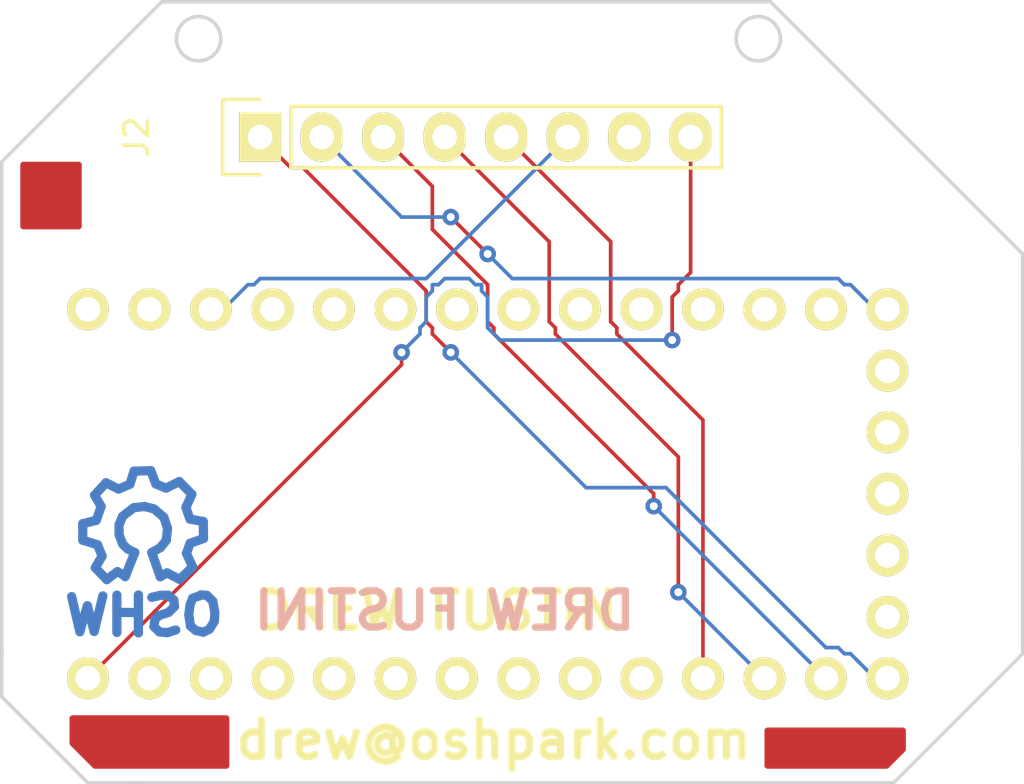
<source format=kicad_pcb>
(kicad_pcb (version 4) (host pcbnew 4.0.2-1.fc23-product)

  (general
    (links 7)
    (no_connects 0)
    (area 101.854 71.882 144.272 104.394)
    (thickness 1.6)
    (drawings 72)
    (tracks 82)
    (zones 0)
    (modules 3)
    (nets 35)
  )

  (page A4)
  (layers
    (0 F.Cu signal)
    (31 B.Cu signal)
    (32 B.Adhes user)
    (33 F.Adhes user)
    (34 B.Paste user)
    (35 F.Paste user)
    (36 B.SilkS user)
    (37 F.SilkS user)
    (38 B.Mask user)
    (39 F.Mask user)
    (40 Dwgs.User user)
    (41 Cmts.User user)
    (42 Eco1.User user)
    (43 Eco2.User user)
    (44 Edge.Cuts user)
    (45 Margin user)
    (46 B.CrtYd user)
    (47 F.CrtYd user)
    (48 B.Fab user)
    (49 F.Fab user)
  )

  (setup
    (last_trace_width 0.1524)
    (trace_clearance 0.1524)
    (zone_clearance 0.508)
    (zone_45_only no)
    (trace_min 0.1524)
    (segment_width 0.2)
    (edge_width 0.15)
    (via_size 0.6858)
    (via_drill 0.3302)
    (via_min_size 0.6858)
    (via_min_drill 0.3302)
    (uvia_size 0.3)
    (uvia_drill 0.1)
    (uvias_allowed no)
    (uvia_min_size 0)
    (uvia_min_drill 0)
    (pcb_text_width 0.3)
    (pcb_text_size 1.5 1.5)
    (mod_edge_width 0.15)
    (mod_text_size 1 1)
    (mod_text_width 0.15)
    (pad_size 1.524 1.524)
    (pad_drill 0.762)
    (pad_to_mask_clearance 0.2)
    (aux_axis_origin 0 0)
    (visible_elements FFFFFF7F)
    (pcbplotparams
      (layerselection 0x00030_80000001)
      (usegerberextensions false)
      (excludeedgelayer true)
      (linewidth 0.100000)
      (plotframeref false)
      (viasonmask false)
      (mode 1)
      (useauxorigin false)
      (hpglpennumber 1)
      (hpglpenspeed 20)
      (hpglpendiameter 15)
      (hpglpenoverlay 2)
      (psnegative false)
      (psa4output false)
      (plotreference true)
      (plotvalue true)
      (plotinvisibletext false)
      (padsonsilk false)
      (subtractmaskfromsilk false)
      (outputformat 1)
      (mirror false)
      (drillshape 1)
      (scaleselection 1)
      (outputdirectory ""))
  )

  (net 0 "")
  (net 1 "Net-(J1-Pad0)")
  (net 2 "Net-(J1-Pad1)")
  (net 3 "Net-(J1-Pad2)")
  (net 4 "Net-(J1-Pad3)")
  (net 5 "Net-(J1-Pad4)")
  (net 6 "Net-(J1-Pad5)")
  (net 7 "Net-(J1-Pad6)")
  (net 8 "Net-(J1-Pad7)")
  (net 9 "Net-(J1-Pad8)")
  (net 10 "Net-(J1-Pad17A)")
  (net 11 "Net-(J1-Pad3V1)")
  (net 12 "Net-(J1-PadG2)")
  (net 13 "Net-(J1-PadPGM)")
  (net 14 "Net-(J1-PadDAC)")
  (net 15 "Net-(J1-Pad16)")
  (net 16 "Net-(J1-Pad18)")
  (net 17 "Net-(J1-Pad17)")
  (net 18 "Net-(J1-PadG3)")
  (net 19 "Net-(J1-Pad22)")
  (net 20 "Net-(J1-PadVIN)")
  (net 21 "Net-(J1-Pad21)")
  (net 22 "Net-(J1-Pad20)")
  (net 23 "Net-(J1-Pad19)")
  (net 24 "Net-(J1-Pad23)")
  (net 25 "Net-(J1-Pad14)")
  (net 26 "Net-(J1-Pad15)")
  (net 27 "Net-(J2-Pad7)")
  (net 28 /OLED_GND)
  (net 29 /MOSI)
  (net 30 /CLK)
  (net 31 /DC)
  (net 32 /CS)
  (net 33 /OLED_VIN)
  (net 34 /RST)

  (net_class Default "This is the default net class."
    (clearance 0.1524)
    (trace_width 0.1524)
    (via_dia 0.6858)
    (via_drill 0.3302)
    (uvia_dia 0.3)
    (uvia_drill 0.1)
    (add_net /CLK)
    (add_net /CS)
    (add_net /DC)
    (add_net /MOSI)
    (add_net /OLED_GND)
    (add_net /OLED_VIN)
    (add_net /RST)
    (add_net "Net-(J1-Pad0)")
    (add_net "Net-(J1-Pad1)")
    (add_net "Net-(J1-Pad14)")
    (add_net "Net-(J1-Pad15)")
    (add_net "Net-(J1-Pad16)")
    (add_net "Net-(J1-Pad17)")
    (add_net "Net-(J1-Pad17A)")
    (add_net "Net-(J1-Pad18)")
    (add_net "Net-(J1-Pad19)")
    (add_net "Net-(J1-Pad2)")
    (add_net "Net-(J1-Pad20)")
    (add_net "Net-(J1-Pad21)")
    (add_net "Net-(J1-Pad22)")
    (add_net "Net-(J1-Pad23)")
    (add_net "Net-(J1-Pad3)")
    (add_net "Net-(J1-Pad3V1)")
    (add_net "Net-(J1-Pad4)")
    (add_net "Net-(J1-Pad5)")
    (add_net "Net-(J1-Pad6)")
    (add_net "Net-(J1-Pad7)")
    (add_net "Net-(J1-Pad8)")
    (add_net "Net-(J1-PadDAC)")
    (add_net "Net-(J1-PadG2)")
    (add_net "Net-(J1-PadG3)")
    (add_net "Net-(J1-PadPGM)")
    (add_net "Net-(J1-PadVIN)")
    (add_net "Net-(J2-Pad7)")
  )

  (module Symbols:Symbol_OSHW-Logo_CopperTop (layer B.Cu) (tedit 573A94FB) (tstamp 573A94A0)
    (at 107.95 93.98 180)
    (descr "Symbol, OSHW-Logo, Copper Top,")
    (tags "Symbol, OSHW-Logo, Copper Top,")
    (fp_text reference "" (at 0.09906 4.38912 180) (layer B.SilkS)
      (effects (font (size 1 1) (thickness 0.15)) (justify mirror))
    )
    (fp_text value "" (at 0.30988 -6.56082 180) (layer B.Fab)
      (effects (font (size 1 1) (thickness 0.15)) (justify mirror))
    )
    (fp_line (start 1.66878 -2.68986) (end 2.02946 -4.16052) (layer B.Cu) (width 0.381))
    (fp_line (start 2.02946 -4.16052) (end 2.30886 -3.0988) (layer B.Cu) (width 0.381))
    (fp_line (start 2.30886 -3.0988) (end 2.61874 -4.17068) (layer B.Cu) (width 0.381))
    (fp_line (start 2.61874 -4.17068) (end 2.9591 -2.72034) (layer B.Cu) (width 0.381))
    (fp_line (start 0.24892 -3.38074) (end 1.03886 -3.37058) (layer B.Cu) (width 0.381))
    (fp_line (start 1.03886 -3.37058) (end 1.04902 -3.38074) (layer B.Cu) (width 0.381))
    (fp_line (start 1.04902 -3.38074) (end 1.04902 -3.37058) (layer B.Cu) (width 0.381))
    (fp_line (start 1.08966 -2.65938) (end 1.08966 -4.20116) (layer B.Cu) (width 0.381))
    (fp_line (start 0.20066 -2.64922) (end 0.20066 -4.21894) (layer B.Cu) (width 0.381))
    (fp_line (start 0.20066 -4.21894) (end 0.21082 -4.20878) (layer B.Cu) (width 0.381))
    (fp_line (start -0.35052 -2.75082) (end -0.70104 -2.66954) (layer B.Cu) (width 0.381))
    (fp_line (start -0.70104 -2.66954) (end -1.02108 -2.65938) (layer B.Cu) (width 0.381))
    (fp_line (start -1.02108 -2.65938) (end -1.25984 -2.86004) (layer B.Cu) (width 0.381))
    (fp_line (start -1.25984 -2.86004) (end -1.29032 -3.12928) (layer B.Cu) (width 0.381))
    (fp_line (start -1.29032 -3.12928) (end -1.04902 -3.37058) (layer B.Cu) (width 0.381))
    (fp_line (start -1.04902 -3.37058) (end -0.6604 -3.50012) (layer B.Cu) (width 0.381))
    (fp_line (start -0.6604 -3.50012) (end -0.48006 -3.66014) (layer B.Cu) (width 0.381))
    (fp_line (start -0.48006 -3.66014) (end -0.43942 -3.95986) (layer B.Cu) (width 0.381))
    (fp_line (start -0.43942 -3.95986) (end -0.67056 -4.18084) (layer B.Cu) (width 0.381))
    (fp_line (start -0.67056 -4.18084) (end -0.9906 -4.20878) (layer B.Cu) (width 0.381))
    (fp_line (start -0.9906 -4.20878) (end -1.34112 -4.09956) (layer B.Cu) (width 0.381))
    (fp_line (start -2.37998 -2.64922) (end -2.6289 -2.66954) (layer B.Cu) (width 0.381))
    (fp_line (start -2.6289 -2.66954) (end -2.8702 -2.91084) (layer B.Cu) (width 0.381))
    (fp_line (start -2.8702 -2.91084) (end -2.9591 -3.40106) (layer B.Cu) (width 0.381))
    (fp_line (start -2.9591 -3.40106) (end -2.93116 -3.74904) (layer B.Cu) (width 0.381))
    (fp_line (start -2.93116 -3.74904) (end -2.7305 -4.06908) (layer B.Cu) (width 0.381))
    (fp_line (start -2.7305 -4.06908) (end -2.47904 -4.191) (layer B.Cu) (width 0.381))
    (fp_line (start -2.47904 -4.191) (end -2.16916 -4.11988) (layer B.Cu) (width 0.381))
    (fp_line (start -2.16916 -4.11988) (end -1.95072 -3.93954) (layer B.Cu) (width 0.381))
    (fp_line (start -1.95072 -3.93954) (end -1.8796 -3.4798) (layer B.Cu) (width 0.381))
    (fp_line (start -1.8796 -3.4798) (end -1.9304 -3.07086) (layer B.Cu) (width 0.381))
    (fp_line (start -1.9304 -3.07086) (end -2.03962 -2.78892) (layer B.Cu) (width 0.381))
    (fp_line (start -2.03962 -2.78892) (end -2.4003 -2.65938) (layer B.Cu) (width 0.381))
    (fp_line (start -1.78054 -0.92964) (end -2.03962 -1.49098) (layer B.Cu) (width 0.381))
    (fp_line (start -2.03962 -1.49098) (end -1.50114 -2.00914) (layer B.Cu) (width 0.381))
    (fp_line (start -1.50114 -2.00914) (end -0.98044 -1.7399) (layer B.Cu) (width 0.381))
    (fp_line (start -0.98044 -1.7399) (end -0.70104 -1.89992) (layer B.Cu) (width 0.381))
    (fp_line (start 0.73914 -1.8796) (end 1.06934 -1.6891) (layer B.Cu) (width 0.381))
    (fp_line (start 1.06934 -1.6891) (end 1.50876 -2.0193) (layer B.Cu) (width 0.381))
    (fp_line (start 1.50876 -2.0193) (end 1.9812 -1.52908) (layer B.Cu) (width 0.381))
    (fp_line (start 1.9812 -1.52908) (end 1.69926 -1.04902) (layer B.Cu) (width 0.381))
    (fp_line (start 1.69926 -1.04902) (end 1.88976 -0.57912) (layer B.Cu) (width 0.381))
    (fp_line (start 1.88976 -0.57912) (end 2.49936 -0.39116) (layer B.Cu) (width 0.381))
    (fp_line (start 2.49936 -0.39116) (end 2.49936 0.28956) (layer B.Cu) (width 0.381))
    (fp_line (start 2.49936 0.28956) (end 1.94056 0.42926) (layer B.Cu) (width 0.381))
    (fp_line (start 1.94056 0.42926) (end 1.7399 1.00076) (layer B.Cu) (width 0.381))
    (fp_line (start 1.7399 1.00076) (end 2.00914 1.47066) (layer B.Cu) (width 0.381))
    (fp_line (start 2.00914 1.47066) (end 1.53924 1.9812) (layer B.Cu) (width 0.381))
    (fp_line (start 1.53924 1.9812) (end 1.02108 1.71958) (layer B.Cu) (width 0.381))
    (fp_line (start 1.02108 1.71958) (end 0.55118 1.92024) (layer B.Cu) (width 0.381))
    (fp_line (start 0.55118 1.92024) (end 0.381 2.46126) (layer B.Cu) (width 0.381))
    (fp_line (start 0.381 2.46126) (end -0.30988 2.47904) (layer B.Cu) (width 0.381))
    (fp_line (start -0.30988 2.47904) (end -0.5207 1.9304) (layer B.Cu) (width 0.381))
    (fp_line (start -0.5207 1.9304) (end -0.9398 1.76022) (layer B.Cu) (width 0.381))
    (fp_line (start -0.9398 1.76022) (end -1.49098 2.02946) (layer B.Cu) (width 0.381))
    (fp_line (start -1.49098 2.02946) (end -2.00914 1.50114) (layer B.Cu) (width 0.381))
    (fp_line (start -2.00914 1.50114) (end -1.76022 0.96012) (layer B.Cu) (width 0.381))
    (fp_line (start -1.76022 0.96012) (end -1.9304 0.48006) (layer B.Cu) (width 0.381))
    (fp_line (start -1.9304 0.48006) (end -2.47904 0.381) (layer B.Cu) (width 0.381))
    (fp_line (start -2.47904 0.381) (end -2.4892 -0.32004) (layer B.Cu) (width 0.381))
    (fp_line (start -2.4892 -0.32004) (end -1.9304 -0.5207) (layer B.Cu) (width 0.381))
    (fp_line (start -1.9304 -0.5207) (end -1.7907 -0.91948) (layer B.Cu) (width 0.381))
    (fp_line (start 0.35052 -0.89916) (end 0.65024 -0.7493) (layer B.Cu) (width 0.381))
    (fp_line (start 0.65024 -0.7493) (end 0.8509 -0.55118) (layer B.Cu) (width 0.381))
    (fp_line (start 0.8509 -0.55118) (end 1.00076 -0.14986) (layer B.Cu) (width 0.381))
    (fp_line (start 1.00076 -0.14986) (end 1.00076 0.24892) (layer B.Cu) (width 0.381))
    (fp_line (start 1.00076 0.24892) (end 0.8509 0.59944) (layer B.Cu) (width 0.381))
    (fp_line (start 0.8509 0.59944) (end 0.39878 0.94996) (layer B.Cu) (width 0.381))
    (fp_line (start 0.39878 0.94996) (end -0.0508 1.00076) (layer B.Cu) (width 0.381))
    (fp_line (start -0.0508 1.00076) (end -0.44958 0.89916) (layer B.Cu) (width 0.381))
    (fp_line (start -0.44958 0.89916) (end -0.8509 0.55118) (layer B.Cu) (width 0.381))
    (fp_line (start -0.8509 0.55118) (end -1.00076 0.09906) (layer B.Cu) (width 0.381))
    (fp_line (start -1.00076 0.09906) (end -0.94996 -0.39878) (layer B.Cu) (width 0.381))
    (fp_line (start -0.94996 -0.39878) (end -0.70104 -0.70104) (layer B.Cu) (width 0.381))
    (fp_line (start -0.70104 -0.70104) (end -0.35052 -0.89916) (layer B.Cu) (width 0.381))
    (fp_line (start -0.35052 -0.89916) (end -0.70104 -1.89992) (layer B.Cu) (width 0.381))
    (fp_line (start 0.35052 -0.89916) (end 0.7493 -1.89992) (layer B.Cu) (width 0.381))
  )

  (module TEENSY-LC (layer F.Cu) (tedit 573A94F4) (tstamp 573A8432)
    (at 115.824 89.916 90)
    (path /573A858B)
    (fp_text reference "" (at -2.032 -9.906 90) (layer F.SilkS)
      (effects (font (size 1 1) (thickness 0.15)))
    )
    (fp_text value TEENSY-LC (at -2.54 20.32 270) (layer F.Fab)
      (effects (font (size 1 1) (thickness 0.15)))
    )
    (fp_line (start -11.43 24.13) (end 6.35 24.13) (layer F.CrtYd) (width 0.1524))
    (fp_line (start -11.43 -11.43) (end -11.43 24.13) (layer F.CrtYd) (width 0.1524))
    (fp_line (start 6.35 -11.43) (end -11.43 -11.43) (layer F.CrtYd) (width 0.1524))
    (fp_line (start 6.35 24.13) (end 6.35 -11.43) (layer F.CrtYd) (width 0.1524))
    (pad G1 thru_hole circle (at -10.16 -10.16 90) (size 1.7272 1.7272) (drill 1.016) (layers *.Cu *.Mask F.SilkS)
      (net 28 /OLED_GND))
    (pad 0 thru_hole circle (at -10.16 -7.62 90) (size 1.7272 1.7272) (drill 1.016) (layers *.Cu *.Mask F.SilkS)
      (net 1 "Net-(J1-Pad0)"))
    (pad 1 thru_hole circle (at -10.16 -5.08 90) (size 1.7272 1.7272) (drill 1.016) (layers *.Cu *.Mask F.SilkS)
      (net 2 "Net-(J1-Pad1)"))
    (pad 2 thru_hole circle (at -10.16 -2.54 90) (size 1.7272 1.7272) (drill 1.016) (layers *.Cu *.Mask F.SilkS)
      (net 3 "Net-(J1-Pad2)"))
    (pad 3 thru_hole circle (at -10.16 0 90) (size 1.7272 1.7272) (drill 1.016) (layers *.Cu *.Mask F.SilkS)
      (net 4 "Net-(J1-Pad3)"))
    (pad 4 thru_hole circle (at -10.16 2.54 90) (size 1.7272 1.7272) (drill 1.016) (layers *.Cu *.Mask F.SilkS)
      (net 5 "Net-(J1-Pad4)"))
    (pad 5 thru_hole circle (at -10.16 5.08 90) (size 1.7272 1.7272) (drill 1.016) (layers *.Cu *.Mask F.SilkS)
      (net 6 "Net-(J1-Pad5)"))
    (pad 6 thru_hole circle (at -10.16 7.62 90) (size 1.7272 1.7272) (drill 1.016) (layers *.Cu *.Mask F.SilkS)
      (net 7 "Net-(J1-Pad6)"))
    (pad 7 thru_hole circle (at -10.16 10.16 90) (size 1.7272 1.7272) (drill 1.016) (layers *.Cu *.Mask F.SilkS)
      (net 8 "Net-(J1-Pad7)"))
    (pad 8 thru_hole circle (at -10.16 12.7 90) (size 1.7272 1.7272) (drill 1.016) (layers *.Cu *.Mask F.SilkS)
      (net 9 "Net-(J1-Pad8)"))
    (pad 9 thru_hole circle (at -10.16 15.24 90) (size 1.7272 1.7272) (drill 1.016) (layers *.Cu *.Mask F.SilkS)
      (net 29 /MOSI))
    (pad 10 thru_hole circle (at -10.16 17.78 90) (size 1.7272 1.7272) (drill 1.016) (layers *.Cu *.Mask F.SilkS)
      (net 30 /CLK))
    (pad 11 thru_hole circle (at -10.16 20.32 90) (size 1.7272 1.7272) (drill 1.016) (layers *.Cu *.Mask F.SilkS)
      (net 31 /DC))
    (pad 12 thru_hole circle (at -10.16 22.86 90) (size 1.7272 1.7272) (drill 1.016) (layers *.Cu *.Mask F.SilkS)
      (net 32 /CS))
    (pad 17A thru_hole circle (at -7.62 22.86 90) (size 1.7272 1.7272) (drill 1.016) (layers *.Cu *.Mask F.SilkS)
      (net 10 "Net-(J1-Pad17A)"))
    (pad 3V1 thru_hole circle (at -5.08 22.86 90) (size 1.7272 1.7272) (drill 1.016) (layers *.Cu *.Mask F.SilkS)
      (net 11 "Net-(J1-Pad3V1)"))
    (pad G2 thru_hole circle (at -2.54 22.86 90) (size 1.7272 1.7272) (drill 1.016) (layers *.Cu *.Mask F.SilkS)
      (net 12 "Net-(J1-PadG2)"))
    (pad PGM thru_hole circle (at 0 22.86 90) (size 1.7272 1.7272) (drill 1.016) (layers *.Cu *.Mask F.SilkS)
      (net 13 "Net-(J1-PadPGM)"))
    (pad DAC thru_hole circle (at 2.54 22.86 90) (size 1.7272 1.7272) (drill 1.016) (layers *.Cu *.Mask F.SilkS)
      (net 14 "Net-(J1-PadDAC)"))
    (pad 13 thru_hole circle (at 5.08 22.86 90) (size 1.7272 1.7272) (drill 1.016) (layers *.Cu *.Mask F.SilkS)
      (net 34 /RST))
    (pad 16 thru_hole circle (at 5.08 15.24 90) (size 1.7272 1.7272) (drill 1.016) (layers *.Cu *.Mask F.SilkS)
      (net 15 "Net-(J1-Pad16)"))
    (pad 3V2 thru_hole circle (at 5.08 -5.08 90) (size 1.7272 1.7272) (drill 1.016) (layers *.Cu *.Mask F.SilkS)
      (net 33 /OLED_VIN))
    (pad 18 thru_hole circle (at 5.08 10.16 90) (size 1.7272 1.7272) (drill 1.016) (layers *.Cu *.Mask F.SilkS)
      (net 16 "Net-(J1-Pad18)"))
    (pad 17 thru_hole circle (at 5.08 12.7 90) (size 1.7272 1.7272) (drill 1.016) (layers *.Cu *.Mask F.SilkS)
      (net 17 "Net-(J1-Pad17)"))
    (pad G3 thru_hole circle (at 5.08 -7.62 90) (size 1.7272 1.7272) (drill 1.016) (layers *.Cu *.Mask F.SilkS)
      (net 18 "Net-(J1-PadG3)"))
    (pad 22 thru_hole circle (at 5.08 0 90) (size 1.7272 1.7272) (drill 1.016) (layers *.Cu *.Mask F.SilkS)
      (net 19 "Net-(J1-Pad22)"))
    (pad VIN thru_hole circle (at 5.08 -10.16 90) (size 1.7272 1.7272) (drill 1.016) (layers *.Cu *.Mask F.SilkS)
      (net 20 "Net-(J1-PadVIN)"))
    (pad 21 thru_hole circle (at 5.08 2.54 90) (size 1.7272 1.7272) (drill 1.016) (layers *.Cu *.Mask F.SilkS)
      (net 21 "Net-(J1-Pad21)"))
    (pad 20 thru_hole circle (at 5.08 5.08 90) (size 1.7272 1.7272) (drill 1.016) (layers *.Cu *.Mask F.SilkS)
      (net 22 "Net-(J1-Pad20)"))
    (pad 19 thru_hole circle (at 5.08 7.62 90) (size 1.7272 1.7272) (drill 1.016) (layers *.Cu *.Mask F.SilkS)
      (net 23 "Net-(J1-Pad19)"))
    (pad 23 thru_hole circle (at 5.08 -2.54 90) (size 1.7272 1.7272) (drill 1.016) (layers *.Cu *.Mask F.SilkS)
      (net 24 "Net-(J1-Pad23)"))
    (pad 14 thru_hole circle (at 5.08 20.32 90) (size 1.7272 1.7272) (drill 1.016) (layers *.Cu *.Mask F.SilkS)
      (net 25 "Net-(J1-Pad14)"))
    (pad 15 thru_hole circle (at 5.08 17.78 90) (size 1.7272 1.7272) (drill 1.016) (layers *.Cu *.Mask F.SilkS)
      (net 26 "Net-(J1-Pad15)"))
  )

  (module Wickerlib:Pin_Header_Straight_1x08 (layer F.Cu) (tedit 0) (tstamp 573A8638)
    (at 112.776 77.724 90)
    (descr "Through hole pin header")
    (tags "pin header")
    (path /573A86BD)
    (fp_text reference J2 (at 0 -5.1 90) (layer F.SilkS)
      (effects (font (size 1 1) (thickness 0.15)))
    )
    (fp_text value OLED (at 0 -3.1 90) (layer F.Fab)
      (effects (font (size 1 1) (thickness 0.15)))
    )
    (fp_line (start -1.75 -1.75) (end -1.75 19.55) (layer F.CrtYd) (width 0.05))
    (fp_line (start 1.75 -1.75) (end 1.75 19.55) (layer F.CrtYd) (width 0.05))
    (fp_line (start -1.75 -1.75) (end 1.75 -1.75) (layer F.CrtYd) (width 0.05))
    (fp_line (start -1.75 19.55) (end 1.75 19.55) (layer F.CrtYd) (width 0.05))
    (fp_line (start 1.27 1.27) (end 1.27 19.05) (layer F.SilkS) (width 0.15))
    (fp_line (start 1.27 19.05) (end -1.27 19.05) (layer F.SilkS) (width 0.15))
    (fp_line (start -1.27 19.05) (end -1.27 1.27) (layer F.SilkS) (width 0.15))
    (fp_line (start 1.55 -1.55) (end 1.55 0) (layer F.SilkS) (width 0.15))
    (fp_line (start 1.27 1.27) (end -1.27 1.27) (layer F.SilkS) (width 0.15))
    (fp_line (start -1.55 0) (end -1.55 -1.55) (layer F.SilkS) (width 0.15))
    (fp_line (start -1.55 -1.55) (end 1.55 -1.55) (layer F.SilkS) (width 0.15))
    (pad 1 thru_hole rect (at 0 0 90) (size 2.032 1.7272) (drill 1.016) (layers *.Cu *.Mask F.SilkS)
      (net 32 /CS))
    (pad 2 thru_hole oval (at 0 2.54 90) (size 2.032 1.7272) (drill 1.016) (layers *.Cu *.Mask F.SilkS)
      (net 34 /RST))
    (pad 3 thru_hole oval (at 0 5.08 90) (size 2.032 1.7272) (drill 1.016) (layers *.Cu *.Mask F.SilkS)
      (net 31 /DC))
    (pad 4 thru_hole oval (at 0 7.62 90) (size 2.032 1.7272) (drill 1.016) (layers *.Cu *.Mask F.SilkS)
      (net 30 /CLK))
    (pad 5 thru_hole oval (at 0 10.16 90) (size 2.032 1.7272) (drill 1.016) (layers *.Cu *.Mask F.SilkS)
      (net 29 /MOSI))
    (pad 6 thru_hole oval (at 0 12.7 90) (size 2.032 1.7272) (drill 1.016) (layers *.Cu *.Mask F.SilkS)
      (net 33 /OLED_VIN))
    (pad 7 thru_hole oval (at 0 15.24 90) (size 2.032 1.7272) (drill 1.016) (layers *.Cu *.Mask F.SilkS)
      (net 27 "Net-(J2-Pad7)"))
    (pad 8 thru_hole oval (at 0 17.78 90) (size 2.032 1.7272) (drill 1.016) (layers *.Cu *.Mask F.SilkS)
      (net 28 /OLED_GND))
    (model Pin_Headers.3dshapes/Pin_Header_Straight_1x08.wrl
      (at (xyz 0 -0.35 0))
      (scale (xyz 1 1 1))
      (rotate (xyz 0 0 90))
    )
  )

  (gr_circle (center 104.14 80.01) (end 103.378 79.502) (layer F.Mask) (width 0.2))
  (gr_line (start 108.458 80.772) (end 108.712 80.772) (angle 90) (layer B.Mask) (width 0.2))
  (gr_line (start 108.458 81.026) (end 108.458 80.772) (angle 90) (layer B.Mask) (width 0.2))
  (gr_line (start 108.458 82.296) (end 108.458 81.026) (angle 90) (layer B.Mask) (width 0.2))
  (gr_line (start 110.744 82.296) (end 108.458 82.296) (angle 90) (layer B.Mask) (width 0.2))
  (gr_line (start 110.744 80.772) (end 110.744 82.296) (angle 90) (layer B.Mask) (width 0.2))
  (gr_line (start 108.712 80.772) (end 110.744 80.772) (angle 90) (layer B.Mask) (width 0.2))
  (gr_line (start 138.684 102.362) (end 138.176 102.362) (angle 90) (layer F.Mask) (width 0.2))
  (gr_line (start 138.684 103.378) (end 138.684 102.362) (angle 90) (layer F.Mask) (width 0.2))
  (gr_line (start 138.176 103.378) (end 138.684 103.378) (angle 90) (layer F.Mask) (width 0.2))
  (gr_line (start 138.176 102.362) (end 138.176 103.378) (angle 90) (layer F.Mask) (width 0.2))
  (gr_line (start 137.668 102.362) (end 137.16 102.362) (angle 90) (layer F.Mask) (width 0.2))
  (gr_line (start 137.668 103.378) (end 137.668 102.362) (angle 90) (layer F.Mask) (width 0.2))
  (gr_line (start 137.16 103.378) (end 137.668 103.378) (angle 90) (layer F.Mask) (width 0.2))
  (gr_line (start 137.16 102.362) (end 137.16 103.378) (angle 90) (layer F.Mask) (width 0.2))
  (gr_line (start 135.382 103.378) (end 135.382 102.87) (angle 90) (layer F.Mask) (width 0.2))
  (gr_line (start 136.144 103.378) (end 135.382 103.378) (angle 90) (layer F.Mask) (width 0.2))
  (gr_line (start 136.652 102.87) (end 136.144 103.378) (angle 90) (layer F.Mask) (width 0.2))
  (gr_line (start 136.144 102.362) (end 136.652 102.87) (angle 90) (layer F.Mask) (width 0.2))
  (gr_line (start 135.382 102.362) (end 136.144 102.362) (angle 90) (layer F.Mask) (width 0.2))
  (gr_line (start 135.382 102.87) (end 135.382 102.362) (angle 90) (layer F.Mask) (width 0.2))
  (gr_line (start 134.366 103.632) (end 133.858 103.124) (angle 90) (layer F.Mask) (width 0.2))
  (gr_line (start 134.874 103.124) (end 134.366 103.632) (angle 90) (layer F.Mask) (width 0.2))
  (gr_line (start 133.858 103.124) (end 134.874 103.124) (angle 90) (layer F.Mask) (width 0.2))
  (gr_line (start 134.874 102.87) (end 134.366 102.362) (angle 90) (layer F.Mask) (width 0.2))
  (gr_line (start 133.858 102.87) (end 134.874 102.87) (angle 90) (layer F.Mask) (width 0.2))
  (gr_line (start 134.366 102.362) (end 133.858 102.87) (angle 90) (layer F.Mask) (width 0.2))
  (gr_arc (start 110.49 103.886) (end 110.49 103.632) (angle 90) (layer F.Mask) (width 0.2))
  (gr_arc (start 106.934 101.854) (end 106.68 102.108) (angle 90) (layer F.Mask) (width 0.2))
  (gr_arc (start 108.966 102.108) (end 109.22 102.108) (angle 90) (layer F.Mask) (width 0.2))
  (gr_arc (start 110.49 103.124) (end 110.236 103.124) (angle 90) (layer F.Mask) (width 0.2))
  (gr_arc (start 111.252 103.632) (end 110.998 103.632) (angle 90) (layer F.Mask) (width 0.2))
  (gr_arc (start 110.744 102.87) (end 110.998 102.616) (angle 90) (layer F.Mask) (width 0.2))
  (gr_circle (center 105.41 102.87) (end 105.41 103.124) (layer F.Mask) (width 0.2))
  (gr_circle (center 106.426 103.124) (end 106.172 103.124) (layer F.Mask) (width 0.2))
  (gr_circle (center 105.918 102.108) (end 106.172 102.362) (layer F.Mask) (width 0.2))
  (gr_circle (center 107.188 103.632) (end 106.934 103.632) (layer F.Mask) (width 0.2))
  (gr_circle (center 109.982 102.362) (end 109.728 102.108) (layer F.Mask) (width 0.2))
  (gr_circle (center 108.204 102.108) (end 108.458 102.108) (layer F.Mask) (width 0.2))
  (gr_circle (center 109.728 103.632) (end 109.982 103.378) (layer F.Mask) (width 0.2))
  (gr_circle (center 109.22 102.87) (end 109.22 102.616) (layer F.Mask) (width 0.2))
  (gr_circle (center 108.204 103.378) (end 107.95 103.124) (layer F.Mask) (width 0.2))
  (gr_circle (center 107.188 102.616) (end 107.442 102.87) (layer F.Mask) (width 0.2))
  (gr_circle (center 104.14 80.01) (end 103.886 78.994) (layer F.Mask) (width 0.2))
  (gr_line (start 106.68 91.186) (end 106.172 91.694) (angle 90) (layer B.Mask) (width 0.2))
  (gr_line (start 108.966 91.186) (end 106.68 91.186) (angle 90) (layer B.Mask) (width 0.2))
  (gr_line (start 111.252 93.472) (end 108.966 91.186) (angle 90) (layer B.Mask) (width 0.2))
  (gr_line (start 111.252 93.98) (end 111.252 93.472) (angle 90) (layer B.Mask) (width 0.2))
  (gr_line (start 111.252 98.552) (end 111.252 93.98) (angle 90) (layer B.Mask) (width 0.2))
  (gr_line (start 105.156 98.552) (end 111.252 98.552) (angle 90) (layer B.Mask) (width 0.2))
  (gr_line (start 104.648 98.044) (end 105.156 98.552) (angle 90) (layer B.Mask) (width 0.2))
  (gr_line (start 104.648 96.266) (end 104.648 98.044) (angle 90) (layer B.Mask) (width 0.2))
  (gr_line (start 104.902 96.012) (end 104.648 96.266) (angle 90) (layer B.Mask) (width 0.2))
  (gr_line (start 104.902 92.964) (end 104.902 96.012) (angle 90) (layer B.Mask) (width 0.2))
  (gr_line (start 106.426 91.44) (end 104.902 92.964) (angle 90) (layer B.Mask) (width 0.2))
  (gr_text drew@oshpark.com (at 122.428 102.616) (layer F.Mask)
    (effects (font (size 1.5 1.5) (thickness 0.3)))
  )
  (gr_text "DREW FUSTINI" (at 120.396 97.282) (layer F.SilkS)
    (effects (font (size 1.5 1.5) (thickness 0.3)))
  )
  (gr_text "DREW FUSTINI" (at 120.396 97.282) (layer B.SilkS)
    (effects (font (size 1.5 1.5) (thickness 0.3)) (justify mirror))
  )
  (gr_text drew@oshpark.com (at 122.428 102.616) (layer F.SilkS)
    (effects (font (size 1.5 1.5) (thickness 0.3)))
  )
  (gr_circle (center 110.236 73.66) (end 110.744 74.422) (layer Edge.Cuts) (width 0.15))
  (gr_circle (center 133.35 73.66) (end 132.588 73.152) (layer Edge.Cuts) (width 0.15))
  (gr_line (start 102.108 100.838) (end 102.108 98.806) (angle 90) (layer Edge.Cuts) (width 0.15))
  (gr_line (start 105.664 104.394) (end 102.108 100.838) (angle 90) (layer Edge.Cuts) (width 0.15))
  (gr_line (start 107.95 104.394) (end 105.664 104.394) (angle 90) (layer Edge.Cuts) (width 0.15))
  (gr_line (start 144.272 99.06) (end 144.272 90.678) (angle 90) (layer Edge.Cuts) (width 0.15))
  (gr_line (start 138.938 104.394) (end 144.272 99.06) (angle 90) (layer Edge.Cuts) (width 0.15))
  (gr_line (start 107.188 104.394) (end 138.938 104.394) (angle 90) (layer Edge.Cuts) (width 0.15))
  (gr_line (start 102.108 78.74) (end 102.108 99.314) (angle 90) (layer Edge.Cuts) (width 0.15))
  (gr_line (start 108.712 72.136) (end 102.108 78.74) (angle 90) (layer Edge.Cuts) (width 0.15))
  (gr_line (start 133.858 72.136) (end 108.712 72.136) (angle 90) (layer Edge.Cuts) (width 0.15))
  (gr_line (start 144.272 82.55) (end 133.858 72.136) (angle 90) (layer Edge.Cuts) (width 0.15))
  (gr_line (start 144.272 90.932) (end 144.272 82.55) (angle 90) (layer Edge.Cuts) (width 0.15))

  (segment (start 105.664 100.076) (end 118.618 87.122) (width 0.1524) (layer F.Cu) (net 28) (status 80000))
  (segment (start 118.618 87.122) (end 118.618 86.614) (width 0.1524) (layer F.Cu) (net 28) (status 80000))
  (via (at 118.618 86.614) (size 0.6858) (layers F.Cu B.Cu) (net 28) (status 80000))
  (segment (start 118.618 86.614) (end 119.38 85.852) (width 0.1524) (layer B.Cu) (net 28) (status 80000))
  (segment (start 119.38 85.852) (end 119.38 85.598) (width 0.1524) (layer B.Cu) (net 28) (status 80000))
  (segment (start 119.38 85.598) (end 119.634 85.344) (width 0.1524) (layer B.Cu) (net 28) (status 80000))
  (segment (start 119.634 85.344) (end 119.634 84.328) (width 0.1524) (layer B.Cu) (net 28) (status 80000))
  (segment (start 119.634 84.328) (end 119.888 84.074) (width 0.1524) (layer B.Cu) (net 28) (status 80000))
  (segment (start 119.888 84.074) (end 119.888 83.82) (width 0.1524) (layer B.Cu) (net 28) (status 80000))
  (segment (start 119.888 83.82) (end 120.142 83.82) (width 0.1524) (layer B.Cu) (net 28) (status 80000))
  (segment (start 120.142 83.82) (end 120.396 83.566) (width 0.1524) (layer B.Cu) (net 28) (status 80000))
  (segment (start 120.396 83.566) (end 121.412 83.566) (width 0.1524) (layer B.Cu) (net 28) (status 80000))
  (segment (start 121.412 83.566) (end 121.666 83.82) (width 0.1524) (layer B.Cu) (net 28) (status 80000))
  (segment (start 121.666 83.82) (end 121.92 83.82) (width 0.1524) (layer B.Cu) (net 28) (status 80000))
  (segment (start 121.92 83.82) (end 121.92 84.074) (width 0.1524) (layer B.Cu) (net 28) (status 80000))
  (segment (start 121.92 84.074) (end 122.174 84.328) (width 0.1524) (layer B.Cu) (net 28) (status 80000))
  (segment (start 122.174 84.328) (end 122.174 85.598) (width 0.1524) (layer B.Cu) (net 28) (status 80000))
  (segment (start 122.174 85.598) (end 122.682 86.106) (width 0.1524) (layer B.Cu) (net 28) (status 80000))
  (segment (start 122.682 86.106) (end 129.794 86.106) (width 0.1524) (layer B.Cu) (net 28) (status 80000))
  (via (at 129.794 86.106) (size 0.6858) (layers F.Cu B.Cu) (net 28) (status 80000))
  (segment (start 129.794 86.106) (end 129.794 84.328) (width 0.1524) (layer F.Cu) (net 28) (status 80000))
  (segment (start 129.794 84.328) (end 130.048 84.074) (width 0.1524) (layer F.Cu) (net 28) (status 80000))
  (segment (start 130.048 84.074) (end 130.048 83.82) (width 0.1524) (layer F.Cu) (net 28) (status 80000))
  (segment (start 130.048 83.82) (end 130.556 83.312) (width 0.1524) (layer F.Cu) (net 28) (status 80000))
  (segment (start 130.556 83.312) (end 130.556 77.724) (width 0.1524) (layer F.Cu) (net 28) (status 80000))
  (segment (start 122.936 77.724) (end 127.254 82.042) (width 0.1524) (layer F.Cu) (net 29) (status 80000))
  (segment (start 127.254 82.042) (end 127.254 85.344) (width 0.1524) (layer F.Cu) (net 29) (status 80000))
  (segment (start 127.254 85.344) (end 127.508 85.598) (width 0.1524) (layer F.Cu) (net 29) (status 80000))
  (segment (start 127.508 85.598) (end 127.508 85.852) (width 0.1524) (layer F.Cu) (net 29) (status 80000))
  (segment (start 127.508 85.852) (end 131.064 89.408) (width 0.1524) (layer F.Cu) (net 29) (status 80000))
  (segment (start 131.064 89.408) (end 131.064 100.076) (width 0.1524) (layer F.Cu) (net 29) (status 80000))
  (segment (start 120.396 77.724) (end 124.714 82.042) (width 0.1524) (layer F.Cu) (net 30) (status 80000))
  (segment (start 124.714 82.042) (end 124.714 85.344) (width 0.1524) (layer F.Cu) (net 30) (status 80000))
  (segment (start 124.714 85.344) (end 124.968 85.598) (width 0.1524) (layer F.Cu) (net 30) (status 80000))
  (segment (start 124.968 85.598) (end 124.968 85.852) (width 0.1524) (layer F.Cu) (net 30) (status 80000))
  (segment (start 124.968 85.852) (end 130.048 90.932) (width 0.1524) (layer F.Cu) (net 30) (status 80000))
  (segment (start 130.048 90.932) (end 130.048 96.52) (width 0.1524) (layer F.Cu) (net 30) (status 80000))
  (via (at 130.048 96.52) (size 0.6858) (layers F.Cu B.Cu) (net 30) (status 80000))
  (segment (start 130.048 96.52) (end 133.604 100.076) (width 0.1524) (layer B.Cu) (net 30) (status 80000))
  (segment (start 117.856 77.724) (end 119.888 79.756) (width 0.1524) (layer F.Cu) (net 31) (status 80000))
  (segment (start 119.888 79.756) (end 119.888 81.534) (width 0.1524) (layer F.Cu) (net 31) (status 80000))
  (segment (start 119.888 81.534) (end 122.174 83.82) (width 0.1524) (layer F.Cu) (net 31) (status 80000))
  (segment (start 122.174 83.82) (end 122.174 85.344) (width 0.1524) (layer F.Cu) (net 31) (status 80000))
  (segment (start 122.174 85.344) (end 122.428 85.598) (width 0.1524) (layer F.Cu) (net 31) (status 80000))
  (segment (start 122.428 85.598) (end 122.428 85.852) (width 0.1524) (layer F.Cu) (net 31) (status 80000))
  (segment (start 122.428 85.852) (end 129.032 92.456) (width 0.1524) (layer F.Cu) (net 31) (status 80000))
  (segment (start 129.032 92.456) (end 129.032 92.964) (width 0.1524) (layer F.Cu) (net 31) (status 80000))
  (via (at 129.032 92.964) (size 0.6858) (layers F.Cu B.Cu) (net 31) (status 80000))
  (segment (start 129.032 92.964) (end 136.144 100.076) (width 0.1524) (layer B.Cu) (net 31) (status 80000))
  (segment (start 112.776 77.724) (end 114.046 78.994) (width 0.1524) (layer F.Cu) (net 32) (status 80000))
  (segment (start 114.046 78.994) (end 114.554 78.994) (width 0.1524) (layer F.Cu) (net 32) (status 80000))
  (segment (start 114.554 78.994) (end 119.634 84.074) (width 0.1524) (layer F.Cu) (net 32) (status 80000))
  (segment (start 119.634 84.074) (end 119.634 85.344) (width 0.1524) (layer F.Cu) (net 32) (status 80000))
  (segment (start 119.634 85.344) (end 119.888 85.598) (width 0.1524) (layer F.Cu) (net 32) (status 80000))
  (segment (start 119.888 85.598) (end 119.888 85.852) (width 0.1524) (layer F.Cu) (net 32) (status 80000))
  (segment (start 119.888 85.852) (end 120.65 86.614) (width 0.1524) (layer F.Cu) (net 32) (status 80000))
  (via (at 120.65 86.614) (size 0.6858) (layers F.Cu B.Cu) (net 32) (status 80000))
  (segment (start 120.65 86.614) (end 126.238 92.202) (width 0.1524) (layer B.Cu) (net 32) (status 80000))
  (segment (start 126.238 92.202) (end 129.54 92.202) (width 0.1524) (layer B.Cu) (net 32) (status 80000))
  (segment (start 129.54 92.202) (end 136.144 98.806) (width 0.1524) (layer B.Cu) (net 32) (status 80000))
  (segment (start 136.144 98.806) (end 136.652 98.806) (width 0.1524) (layer B.Cu) (net 32) (status 80000))
  (segment (start 136.652 98.806) (end 136.906 99.06) (width 0.1524) (layer B.Cu) (net 32) (status 80000))
  (segment (start 136.906 99.06) (end 137.16 99.06) (width 0.1524) (layer B.Cu) (net 32) (status 80000))
  (segment (start 137.16 99.06) (end 138.176 100.076) (width 0.1524) (layer B.Cu) (net 32) (status 80000))
  (segment (start 138.176 100.076) (end 138.684 100.076) (width 0.1524) (layer B.Cu) (net 32) (status 80000))
  (segment (start 125.476 77.724) (end 119.634 83.566) (width 0.1524) (layer B.Cu) (net 33) (status 80000))
  (segment (start 119.634 83.566) (end 112.776 83.566) (width 0.1524) (layer B.Cu) (net 33) (status 80000))
  (segment (start 112.776 83.566) (end 112.522 83.82) (width 0.1524) (layer B.Cu) (net 33) (status 80000))
  (segment (start 112.522 83.82) (end 112.268 83.82) (width 0.1524) (layer B.Cu) (net 33) (status 80000))
  (segment (start 112.268 83.82) (end 111.252 84.836) (width 0.1524) (layer B.Cu) (net 33) (status 80000))
  (segment (start 111.252 84.836) (end 110.744 84.836) (width 0.1524) (layer B.Cu) (net 33) (status 80000))
  (segment (start 115.316 77.724) (end 118.618 81.026) (width 0.1524) (layer B.Cu) (net 34) (status 80000))
  (segment (start 118.618 81.026) (end 120.65 81.026) (width 0.1524) (layer B.Cu) (net 34) (status 80000))
  (via (at 120.65 81.026) (size 0.6858) (layers F.Cu B.Cu) (net 34) (status 80000))
  (segment (start 120.65 81.026) (end 122.174 82.55) (width 0.1524) (layer F.Cu) (net 34) (status 80000))
  (via (at 122.174 82.55) (size 0.6858) (layers F.Cu B.Cu) (net 34) (status 80000))
  (segment (start 122.174 82.55) (end 123.19 83.566) (width 0.1524) (layer B.Cu) (net 34) (status 80000))
  (segment (start 123.19 83.566) (end 136.652 83.566) (width 0.1524) (layer B.Cu) (net 34) (status 80000))
  (segment (start 136.652 83.566) (end 136.906 83.82) (width 0.1524) (layer B.Cu) (net 34) (status 80000))
  (segment (start 136.906 83.82) (end 137.16 83.82) (width 0.1524) (layer B.Cu) (net 34) (status 80000))
  (segment (start 137.16 83.82) (end 138.176 84.836) (width 0.1524) (layer B.Cu) (net 34) (status 80000))
  (segment (start 138.176 84.836) (end 138.684 84.836) (width 0.1524) (layer B.Cu) (net 34) (status 80000))

  (zone (net 0) (net_name "") (layer F.Cu) (tstamp 573A990B) (hatch edge 0.508)
    (connect_pads (clearance 0.508))
    (min_thickness 0.254)
    (fill yes (arc_segments 16) (thermal_gap 0.508) (thermal_bridge_width 0.508))
    (polygon
      (pts
        (xy 105.156 101.6) (xy 111.506 101.6) (xy 111.506 104.14) (xy 105.918 104.14) (xy 104.902 103.124)
        (xy 104.902 101.6)
      )
    )
    (filled_polygon
      (pts
        (xy 111.379 103.684) (xy 105.958092 103.684) (xy 105.029 102.754908) (xy 105.029 101.727) (xy 111.379 101.727)
      )
    )
  )
  (zone (net 0) (net_name "") (layer F.Cu) (tstamp 573A9930) (hatch edge 0.508)
    (connect_pads (clearance 0.508))
    (min_thickness 0.254)
    (fill yes (arc_segments 16) (thermal_gap 0.508) (thermal_bridge_width 0.508))
    (polygon
      (pts
        (xy 133.604 102.108) (xy 139.446 102.108) (xy 139.446 103.124) (xy 138.938 103.632) (xy 138.684 103.886)
        (xy 133.604 103.886)
      )
    )
    (filled_polygon
      (pts
        (xy 139.319 103.008908) (xy 138.643908 103.684) (xy 133.731 103.684) (xy 133.731 102.235) (xy 139.319 102.235)
      )
    )
  )
  (zone (net 0) (net_name "") (layer B.Mask) (tstamp 573A9CD9) (hatch edge 0.508)
    (connect_pads (clearance 0.508))
    (min_thickness 0.254)
    (fill yes (arc_segments 16) (thermal_gap 0.508) (thermal_bridge_width 0.508))
    (polygon
      (pts
        (xy 111.252 93.472) (xy 111.252 98.552) (xy 105.41 98.552) (xy 104.648 98.298) (xy 104.648 92.964)
        (xy 105.156 92.71) (xy 106.68 91.186) (xy 108.966 91.186) (xy 111.252 93.472)
      )
    )
    (filled_polygon
      (pts
        (xy 111.125 93.524606) (xy 111.125 98.425) (xy 105.43061 98.425) (xy 104.775 98.206463) (xy 104.775 93.04249)
        (xy 105.212796 92.823592) (xy 105.245803 92.799803) (xy 106.732606 91.313) (xy 108.913394 91.313)
      )
    )
  )
  (zone (net 0) (net_name "") (layer B.Mask) (tstamp 573A9D43) (hatch edge 0.508)
    (connect_pads (clearance 0.508))
    (min_thickness 0.254)
    (fill yes (arc_segments 16) (thermal_gap 0.508) (thermal_bridge_width 0.508))
    (polygon
      (pts
        (xy 122.174 98.298) (xy 128.27 98.298) (xy 128.27 96.012) (xy 122.174 96.012)
      )
    )
    (filled_polygon
      (pts
        (xy 128.143 98.171) (xy 122.301 98.171) (xy 122.301 96.139) (xy 128.143 96.139)
      )
    )
  )
  (zone (net 0) (net_name "") (layer F.Mask) (tstamp 573A9D52) (hatch edge 0.508)
    (connect_pads (clearance 0.508))
    (min_thickness 0.254)
    (fill yes (arc_segments 16) (thermal_gap 0.508) (thermal_bridge_width 0.508))
    (polygon
      (pts
        (xy 112.776 96.012) (xy 119.126 96.012) (xy 119.126 98.298) (xy 112.776 98.298)
      )
    )
    (filled_polygon
      (pts
        (xy 118.999 98.171) (xy 112.903 98.171) (xy 112.903 96.139) (xy 118.999 96.139)
      )
    )
  )
  (zone (net 0) (net_name "") (layer F.Cu) (tstamp 573A9D8D) (hatch edge 0.508)
    (connect_pads (clearance 0.508))
    (min_thickness 0.254)
    (fill yes (arc_segments 16) (thermal_gap 0.508) (thermal_bridge_width 0.508))
    (polygon
      (pts
        (xy 102.87 78.74) (xy 105.41 78.74) (xy 105.41 81.534) (xy 102.87 81.534)
      )
    )
    (filled_polygon
      (pts
        (xy 105.283 81.407) (xy 102.997 81.407) (xy 102.997 78.867) (xy 105.283 78.867)
      )
    )
  )
)

</source>
